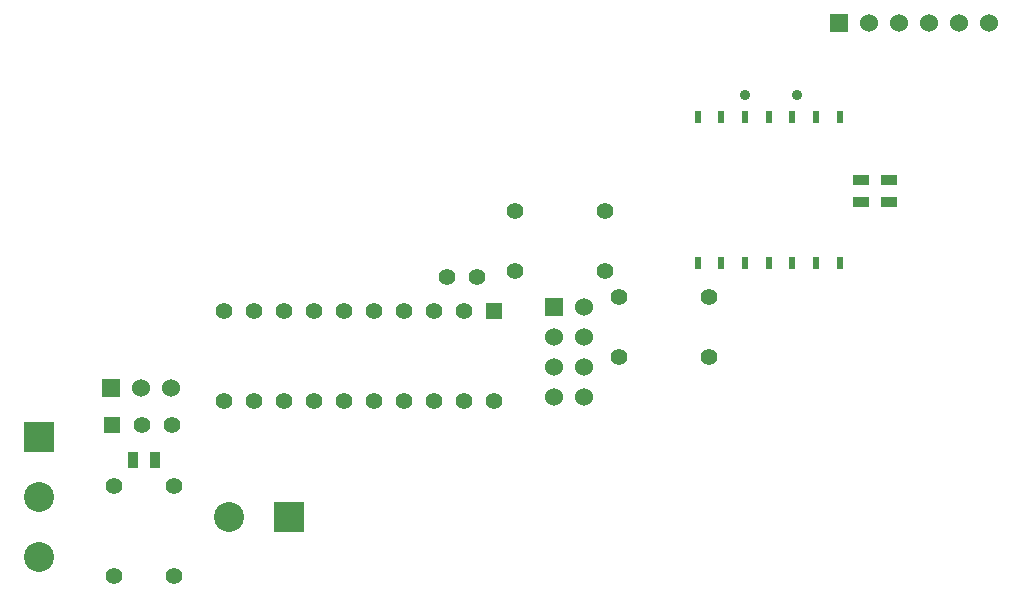
<source format=gbs>
G04 (created by PCBNEW (2013-jul-07)-stable) date Mon 11 Jan 2016 09:02:01 PM CET*
%MOIN*%
G04 Gerber Fmt 3.4, Leading zero omitted, Abs format*
%FSLAX34Y34*%
G01*
G70*
G90*
G04 APERTURE LIST*
%ADD10C,0.00590551*%
%ADD11C,0.0354*%
%ADD12C,0.055*%
%ADD13R,0.06X0.06*%
%ADD14C,0.06*%
%ADD15R,0.1X0.1*%
%ADD16C,0.1*%
%ADD17R,0.035X0.055*%
%ADD18R,0.055X0.055*%
%ADD19R,0.055X0.035*%
%ADD20R,0.019685X0.0393701*%
G04 APERTURE END LIST*
G54D10*
G54D11*
X45991Y-14195D03*
X44259Y-14195D03*
G54D12*
X35336Y-20286D03*
X34336Y-20286D03*
G54D13*
X37905Y-21285D03*
G54D14*
X38905Y-21285D03*
X37905Y-22285D03*
X38905Y-22285D03*
X37905Y-23285D03*
X38905Y-23285D03*
X37905Y-24285D03*
X38905Y-24285D03*
G54D13*
X23140Y-23980D03*
G54D14*
X24140Y-23980D03*
X25140Y-23980D03*
G54D13*
X47420Y-11795D03*
G54D14*
X48420Y-11795D03*
X49420Y-11795D03*
X50420Y-11795D03*
X51420Y-11795D03*
X52420Y-11795D03*
G54D15*
X20750Y-25590D03*
G54D16*
X20750Y-27590D03*
X20750Y-29590D03*
G54D15*
X29080Y-28280D03*
G54D16*
X27080Y-28280D03*
G54D17*
X23867Y-26369D03*
X24617Y-26369D03*
G54D18*
X23167Y-25193D03*
G54D12*
X24167Y-25193D03*
X25167Y-25193D03*
X23251Y-27254D03*
X25251Y-27254D03*
X23251Y-30254D03*
X25251Y-30254D03*
X43080Y-20930D03*
X43080Y-22930D03*
X40080Y-20930D03*
X40080Y-22930D03*
X39592Y-18076D03*
X39592Y-20076D03*
X36592Y-18076D03*
X36592Y-20076D03*
G54D19*
X49055Y-17030D03*
X49055Y-17780D03*
X48122Y-17035D03*
X48122Y-17785D03*
G54D18*
X35900Y-21395D03*
G54D12*
X34900Y-21395D03*
X33900Y-21395D03*
X32900Y-21395D03*
X31900Y-21395D03*
X30900Y-21395D03*
X29900Y-21395D03*
X28900Y-21395D03*
X27900Y-21395D03*
X26900Y-21395D03*
X26900Y-24395D03*
X27900Y-24395D03*
X28900Y-24395D03*
X29900Y-24395D03*
X30900Y-24395D03*
X31900Y-24395D03*
X32900Y-24395D03*
X33900Y-24395D03*
X34900Y-24395D03*
X35900Y-24395D03*
G54D20*
X47424Y-19809D03*
X46636Y-19809D03*
X45849Y-19809D03*
X45061Y-19809D03*
X44274Y-19809D03*
X43487Y-19809D03*
X42699Y-19809D03*
X47424Y-14923D03*
X46636Y-14923D03*
X45849Y-14923D03*
X45061Y-14923D03*
X44274Y-14923D03*
X43487Y-14923D03*
X42699Y-14923D03*
M02*

</source>
